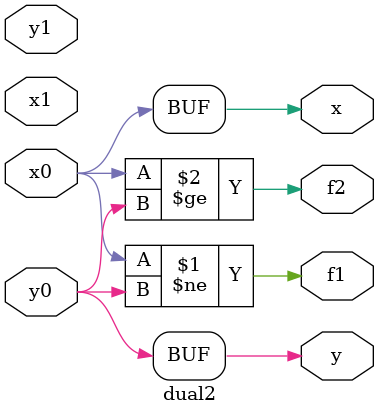
<source format=v>
module dual2 (x1, x0, y1, y0, x, y, f1, f2);
	input x1, x0, y1, y0;
	output x, y, f1, f2;
	assign x = {x1, x0};
	assign y = {y1, y0};
	assign f1 = (x!=y);
	assign f2 = (x>=y);
endmodule
		
</source>
